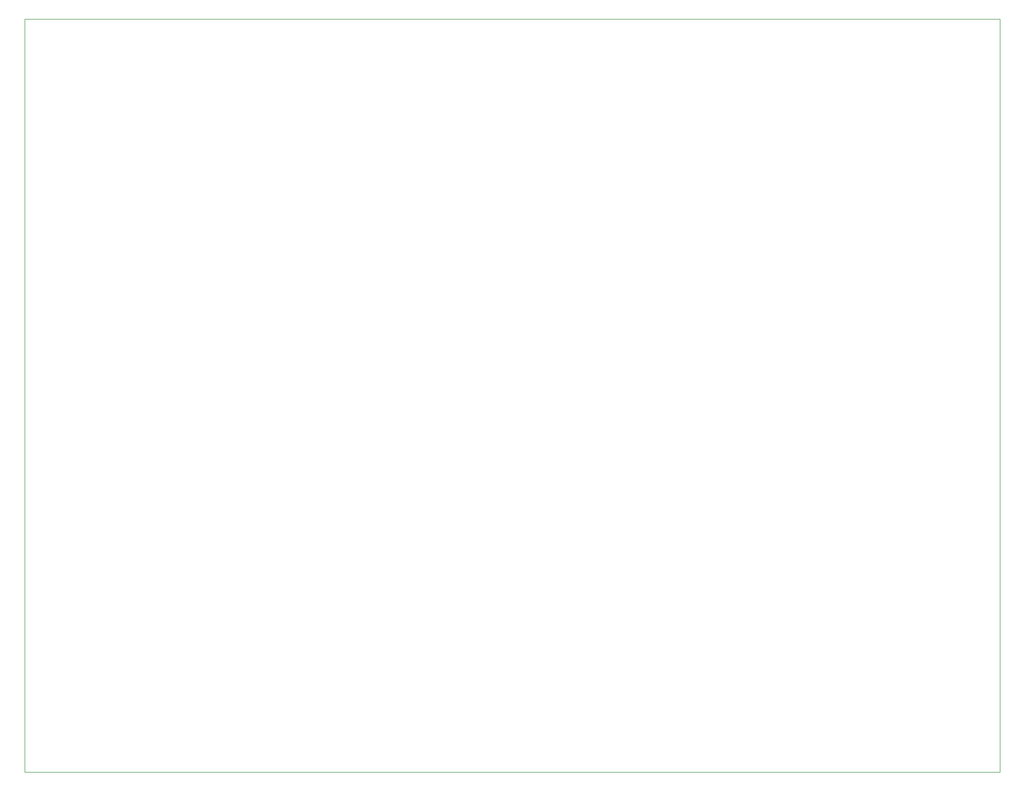
<source format=gbr>
G04*
G04 #@! TF.GenerationSoftware,Altium Limited,Altium Designer,24.5.2 (23)*
G04*
G04 Layer_Color=0*
%FSLAX44Y44*%
%MOMM*%
G71*
G04*
G04 #@! TF.SameCoordinates,3DF9ACDB-7C99-40C3-A0CA-608631173261*
G04*
G04*
G04 #@! TF.FilePolarity,Positive*
G04*
G01*
G75*
%ADD49C,0.0254*%
D49*
X435610Y85090D02*
Y1328420D01*
X2043430D01*
Y85090D01*
X435610D01*
M02*

</source>
